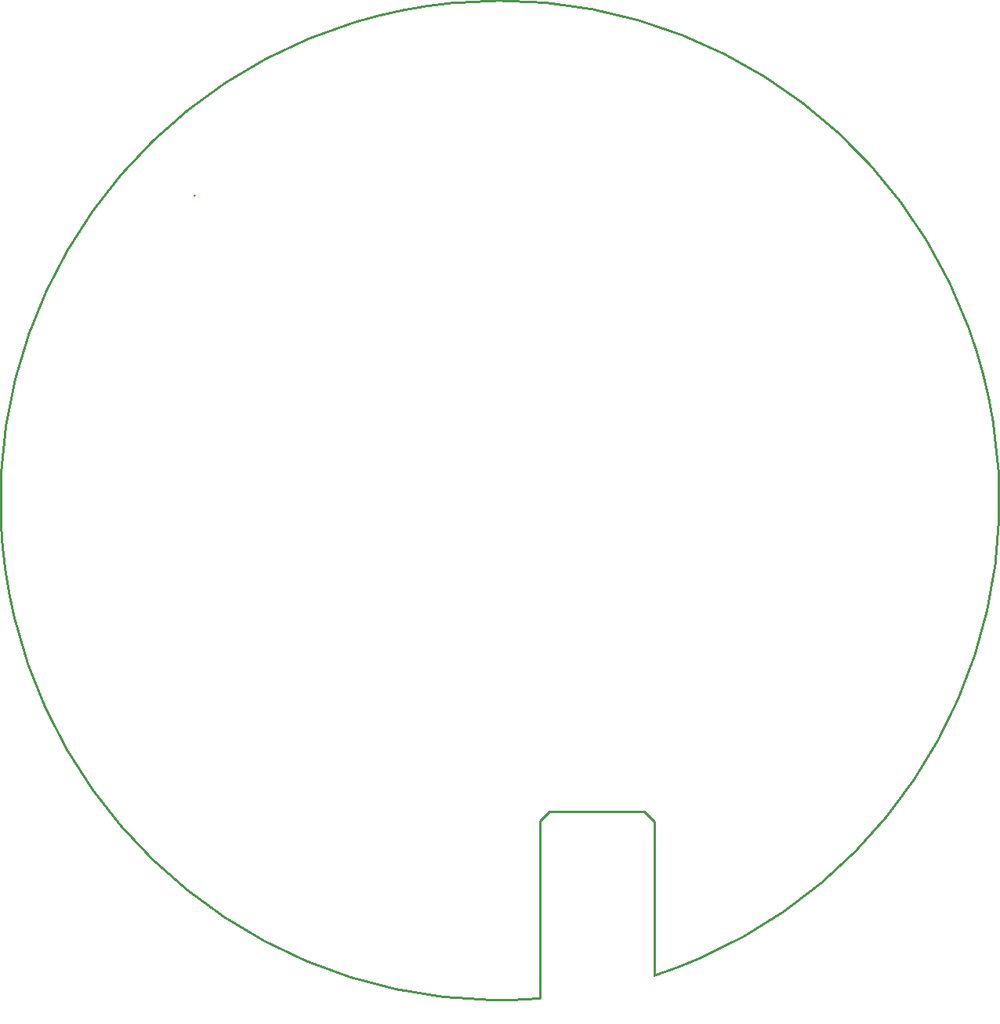
<source format=gm1>
G04 Layer_Color=16711935*
%FSLAX42Y42*%
%MOMM*%
G71*
G01*
G75*
%ADD24C,0.25*%
D24*
X13173Y6372D02*
G03*
X11937Y6125I-1669J5131D01*
G01*
X8204Y14796D02*
Y14796D01*
X13172Y6373D02*
Y8034D01*
X13066Y8141D02*
X13172Y8034D01*
X12037Y8141D02*
X13066D01*
X11938Y8042D02*
X12037Y8141D01*
X11938Y6125D02*
Y8042D01*
M02*

</source>
